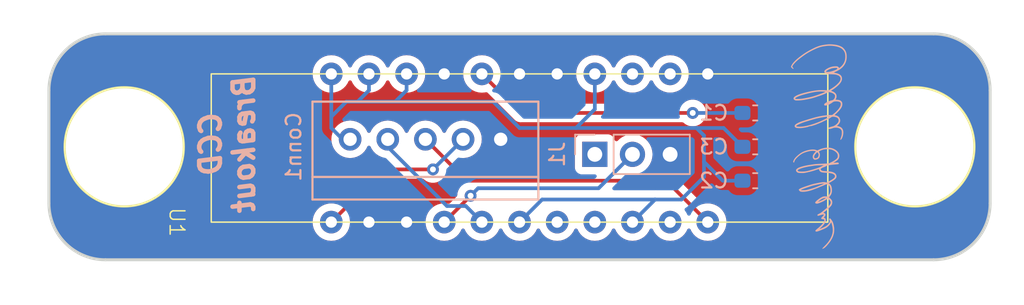
<source format=kicad_pcb>
(kicad_pcb (version 20221018) (generator pcbnew)
  (layers (0 "F.Cu" signal) (31 "B.Cu" signal) (34 "B.Paste" user) (35 "F.Paste" user) (36 "B.SilkS" user "B.Silkscreen") (37 "F.SilkS" user "F.Silkscreen") (38 "B.Mask" user) (39 "F.Mask" user) (44 "Edge.Cuts" user))
  (net 0 "")
  (net 1 "GND")
  (net 2 "Net-(U1-VGG)")
  (net 3 "+5V")
  (net 4 "SHSW")
  (net 5 "Vout")
  (net 6 "øCLK")
  (net 10 "øROG")
  (footprint "MRDT_CCD:ILX511" (layer "F.Cu") (at 47.526 22.004)
    (fp_text reference "U1" (at -2.314 10 -90 unlocked) (layer "F.SilkS") (effects (font (thickness 0.1))))
    (fp_text value "ILX511")
    (pad "1" thru_hole circle (at 8.1 10) (size 1.524 1.524) (drill 0.762) (layers "*.Cu" "*.Mask") (net 5 "Vout"))
    (pad "2" thru_hole circle (at 10.64 10) (size 1.524 1.524) (drill 0.762) (layers "*.Cu" "*.Mask") (net 1 "GND"))
    (pad "3" thru_hole circle (at 13.18 10) (size 1.524 1.524) (drill 0.762) (layers "*.Cu" "*.Mask") (net 1 "GND"))
    (pad "4" thru_hole circle (at 15.72 10) (size 1.524 1.524) (drill 0.762) (layers "*.Cu" "*.Mask") (net 4 "SHSW"))
    (pad "5" thru_hole circle (at 18.26 10) (size 1.524 1.524) (drill 0.762) (layers "*.Cu" "*.Mask") (net 6 "øCLK"))
    (pad "6" thru_hole circle (at 20.8 10) (size 1.524 1.524) (drill 0.762) (layers "*.Cu" "*.Mask") (net 3 "+5V"))
    (pad "7" thru_hole circle (at 23.34 10) (size 1.524 1.524) (drill 0.762) (layers "*.Cu" "*.Mask"))
    (pad "8" thru_hole circle (at 25.88 10) (size 1.524 1.524) (drill 0.762) (layers "*.Cu" "*.Mask"))
    (pad "9" thru_hole circle (at 28.42 10) (size 1.524 1.524) (drill 0.762) (layers "*.Cu" "*.Mask") (net 3 "+5V"))
    (pad "10" thru_hole circle (at 30.96 10) (size 1.524 1.524) (drill 0.762) (layers "*.Cu" "*.Mask"))
    (pad "11" thru_hole circle (at 33.5 10) (size 1.524 1.524) (drill 0.762) (layers "*.Cu" "*.Mask") (net 10 "øROG"))
    (pad "12" thru_hole circle (at 33.5 0) (size 1.524 1.524) (drill 0.762) (layers "*.Cu" "*.Mask") (net 1 "GND"))
    (pad "13" thru_hole circle (at 30.96 0) (size 1.524 1.524) (drill 0.762) (layers "*.Cu" "*.Mask"))
    (pad "14" thru_hole circle (at 28.42 0) (size 1.524 1.524) (drill 0.762) (layers "*.Cu" "*.Mask"))
    (pad "15" thru_hole circle (at 25.88 0) (size 1.524 1.524) (drill 0.762) (layers "*.Cu" "*.Mask") (net 3 "+5V"))
    (pad "16" thru_hole circle (at 23.34 0) (size 1.524 1.524) (drill 0.762) (layers "*.Cu" "*.Mask") (net 1 "GND"))
    (pad "17" thru_hole circle (at 20.8 0) (size 1.524 1.524) (drill 0.762) (layers "*.Cu" "*.Mask") (net 1 "GND"))
    (pad "18" thru_hole circle (at 18.26 0) (size 1.524 1.524) (drill 0.762) (layers "*.Cu" "*.Mask") (net 2 "Net-(U1-VGG)"))
    (pad "19" thru_hole circle (at 15.72 0) (size 1.524 1.524) (drill 0.762) (layers "*.Cu" "*.Mask") (net 1 "GND"))
    (pad "20" thru_hole circle (at 13.18 0) (size 1.524 1.524) (drill 0.762) (layers "*.Cu" "*.Mask") (net 3 "+5V"))
    (pad "21" thru_hole circle (at 10.64 0) (size 1.524 1.524) (drill 0.762) (layers "*.Cu" "*.Mask") (net 3 "+5V"))
    (pad "22" thru_hole circle (at 8.1 0) (size 1.524 1.524) (drill 0.762) (layers "*.Cu" "*.Mask") (net 3 "+5V"))
  )
  (footprint "MRDT_Drill_Holes:4_40_Hole" (layer "F.Cu") (at 94.996 26.924)
    (fp_text reference "V2" hide)
    (fp_text value "Via" hide)
    (pad "" np_thru_hole circle (at 0 0) (size 2.9464 2.9464) (drill 2.9464) (layers "*.Cu" "*.Mask") (clearance 2.5))
  )
  (footprint "MRDT_Drill_Holes:4_40_Hole" (layer "F.Cu") (at 41.656 26.924)
    (fp_text reference "V1" hide)
    (fp_text value "Via" hide)
    (pad "" np_thru_hole circle (at 0 0) (size 2.9464 2.9464) (drill 2.9464) (layers "*.Cu" "*.Mask") (clearance 2.5))
  )
  (footprint "Capacitor_SMD:C_0603_1608Metric_Pad1.08x0.95mm_HandSolder" (layer "B.Cu") (at 84.2275 26.924 180)
    (fp_text reference "C3" (at 2.794 0) (layer "B.SilkS") (effects (justify mirror)))
    (fp_text value "22µF")
    (pad "1" smd roundrect (at -0.8625 0 180) (size 1.075 0.95) (layers "B.Cu" "B.Paste" "B.Mask") (net 1 "GND"))
    (pad "2" smd roundrect (at 0.8625 0 180) (size 1.075 0.95) (layers "B.Cu" "B.Paste" "B.Mask") (net 3 "+5V"))
  )
  (footprint "Capacitor_SMD:C_0603_1608Metric_Pad1.08x0.95mm_HandSolder" (layer "B.Cu") (at 84.2275 29.21 180)
    (fp_text reference "C2" (at 2.794 0) (layer "B.SilkS") (effects (justify mirror)))
    (fp_text value "0.01µF")
    (pad "1" smd roundrect (at -0.8625 0 180) (size 1.075 0.95) (layers "B.Cu" "B.Paste" "B.Mask") (net 1 "GND"))
    (pad "2" smd roundrect (at 0.8625 0 180) (size 1.075 0.95) (layers "B.Cu" "B.Paste" "B.Mask") (net 3 "+5V"))
  )
  (footprint "MRDT_Connectors:MOLEX_SL_05_Vertical" (layer "B.Cu") (at 56.896 26.416)
    (fp_text reference "Conn1" (at -3.81 0.508 -90) (layer "B.SilkS") (effects (justify mirror)))
    (fp_text value locked "Molex_SL_05")
    (pad "1" thru_hole circle (at 0 0) (size 1.524 1.524) (drill 0.9) (layers "*.Cu" "*.Mask") (net 3 "+5V"))
    (pad "2" thru_hole circle (at 2.54 0) (size 1.524 1.524) (drill 0.9) (layers "*.Cu" "*.Mask") (net 6 "øCLK"))
    (pad "3" thru_hole circle (at 5.08 0) (size 1.524 1.524) (drill 0.9) (layers "*.Cu" "*.Mask") (net 10 "øROG"))
    (pad "4" thru_hole circle (at 7.62 0) (size 1.524 1.524) (drill 0.9) (layers "*.Cu" "*.Mask") (net 5 "Vout"))
    (pad "5" thru_hole circle (at 10.16 0) (size 1.524 1.524) (drill 0.9) (layers "*.Cu" "*.Mask") (net 1 "GND"))
  )
  (footprint "Signatures:Caleb_Ehlers_Signature_15mmx4.8mm" (layer "B.Cu") (at 88.392 26.924 -90)
    (fp_text reference "G***" hide)
    (fp_text value "LOGO" hide)
  )
  (footprint "Capacitor_SMD:C_0603_1608Metric_Pad1.08x0.95mm_HandSolder" (layer "B.Cu") (at 84.2275 24.638 180)
    (fp_text reference "C1" (at 2.794 0) (layer "B.SilkS") (effects (justify mirror)))
    (fp_text value "10µF")
    (pad "1" smd roundrect (at -0.8625 0 180) (size 1.075 0.95) (layers "B.Cu" "B.Paste" "B.Mask") (net 1 "GND"))
    (pad "2" smd roundrect (at 0.8625 0 180) (size 1.075 0.95) (layers "B.Cu" "B.Paste" "B.Mask") (net 2 "Net-(U1-VGG)"))
  )
  (footprint "Connector_PinHeader_2.54mm:PinHeader_1x03_P2.54mm_Vertical" (layer "B.Cu") (at 73.406 27.432 -90)
    (fp_text reference "J1" (at 0 2.54 90) (layer "B.SilkS") (effects (justify mirror)))
    (fp_text value "Conn_01x03_Pin")
    (pad "1" thru_hole rect (at 0 0 270) (size 1.7 1.7) (drill 1) (layers "*.Cu" "*.Mask") (net 3 "+5V"))
    (pad "2" thru_hole oval (at 0 -2.54 270) (size 1.7 1.7) (drill 1) (layers "*.Cu" "*.Mask") (net 4 "SHSW"))
    (pad "3" thru_hole oval (at 0 -5.08 270) (size 1.7 1.7) (drill 1) (layers "*.Cu" "*.Mask") (net 1 "GND"))
  )
  (gr_arc (start 36.576 23.114) (mid 37.691923 20.419924) (end 40.386 19.304) (stroke (width 0.2)) (layer "Edge.Cuts"))
  (gr_arc (start 96.265999 19.304001) (mid 98.960075 20.419924) (end 100.075999 23.114001) (stroke (width 0.2)) (layer "Edge.Cuts"))
  (gr_line (start 40.386001 34.543999) (end 96.265999 34.543999) (stroke (width 0.2)) (layer "Edge.Cuts"))
  (gr_line (start 96.265999 19.304001) (end 40.386 19.304) (stroke (width 0.2)) (layer "Edge.Cuts"))
  (gr_line (start 36.576 23.114) (end 36.576001 30.733999) (stroke (width 0.2)) (layer "Edge.Cuts"))
  (gr_arc (start 40.386001 34.543999) (mid 37.691925 33.428076) (end 36.576001 30.733999) (stroke (width 0.2)) (layer "Edge.Cuts"))
  (gr_line (start 100.075999 30.733999) (end 100.075999 23.114001) (stroke (width 0.2)) (layer "Edge.Cuts"))
  (gr_arc (start 100.075999 30.733999) (mid 98.960076 33.428075) (end 96.265999 34.543999) (stroke (width 0.2)) (layer "Edge.Cuts"))
  (gr_text "CCD\nBreakout" (at 50.546 26.67 90) (layer "B.SilkS") (effects (font (size 1.397 1.397) (thickness 0.3048) bold italic) (justify bottom mirror)))
  (segment (start 68.42 24.638) (end 65.786 22.004) (width 0.25) (layer "F.Cu") (net 2))
  (segment (start 80.01 24.638) (end 68.42 24.638) (width 0.25) (layer "F.Cu") (net 2))
  (via (at 80.01 24.638) (size 0.8) (drill 0.4) (layers "F.Cu" "B.Cu") (net 2))
  (segment (start 83.365 24.638) (end 80.01 24.638) (width 0.25) (layer "B.Cu") (net 2))
  (segment (start 80.772 26.162) (end 80.772 27.94) (width 0.25) (layer "B.Cu") (net 3))
  (segment (start 80.772 27.94) (end 80.772 28.956) (width 0.25) (layer "B.Cu") (net 3))
  (segment (start 80.264 25.654) (end 80.772 26.162) (width 0.25) (layer "B.Cu") (net 3))
  (segment (start 58.166 22.004) (end 58.166 23.114) (width 0.25) (layer "B.Cu") (net 3))
  (segment (start 75.946 32.004) (end 77.47 30.48) (width 0.25) (layer "B.Cu") (net 3))
  (segment (start 57.404 23.876) (end 59.944 23.876) (width 0.25) (layer "B.Cu") (net 3))
  (segment (start 60.706 23.114) (end 59.944 23.876) (width 0.25) (layer "B.Cu") (net 3))
  (segment (start 80.264 25.654) (end 82.095 25.654) (width 0.25) (layer "B.Cu") (net 3))
  (segment (start 77.47 30.48) (end 69.85 30.48) (width 0.25) (layer "B.Cu") (net 3))
  (segment (start 79.248 30.48) (end 77.47 30.48) (width 0.25) (layer "B.Cu") (net 3))
  (segment (start 55.626 24.892) (end 56.642 23.876) (width 0.25) (layer "B.Cu") (net 3))
  (segment (start 73.406 24.384) (end 72.136 25.654) (width 0.25) (layer "B.Cu") (net 3))
  (segment (start 82.095 25.654) (end 83.365 26.924) (width 0.25) (layer "B.Cu") (net 3))
  (segment (start 80.772 28.956) (end 79.248 30.48) (width 0.25) (layer "B.Cu") (net 3))
  (segment (start 82.042 29.21) (end 83.365 29.21) (width 0.25) (layer "B.Cu") (net 3))
  (segment (start 68.326 25.654) (end 72.136 25.654) (width 0.25) (layer "B.Cu") (net 3))
  (segment (start 56.642 23.876) (end 57.404 23.876) (width 0.25) (layer "B.Cu") (net 3))
  (segment (start 58.166 23.114) (end 57.404 23.876) (width 0.25) (layer "B.Cu") (net 3))
  (segment (start 55.626 24.892) (end 55.626 25.654) (width 0.25) (layer "B.Cu") (net 3))
  (segment (start 80.772 27.94) (end 82.042 29.21) (width 0.25) (layer "B.Cu") (net 3))
  (segment (start 55.626 22.004) (end 55.626 24.892) (width 0.25) (layer "B.Cu") (net 3))
  (segment (start 66.548 23.876) (end 68.326 25.654) (width 0.25) (layer "B.Cu") (net 3))
  (segment (start 73.406 22.004) (end 73.406 24.384) (width 0.25) (layer "B.Cu") (net 3))
  (segment (start 69.85 30.48) (end 68.326 32.004) (width 0.25) (layer "B.Cu") (net 3))
  (segment (start 60.706 22.004) (end 60.706 23.114) (width 0.25) (layer "B.Cu") (net 3))
  (segment (start 55.626 25.654) (end 56.896 26.924) (width 0.25) (layer "B.Cu") (net 3))
  (segment (start 59.944 23.876) (end 66.548 23.876) (width 0.25) (layer "B.Cu") (net 3))
  (segment (start 72.136 25.654) (end 80.264 25.654) (width 0.25) (layer "B.Cu") (net 3))
  (segment (start 65.024 30.226) (end 63.246 32.004) (width 0.25) (layer "F.Cu") (net 4))
  (via (at 65.024 30.226) (size 0.8) (drill 0.4) (layers "F.Cu" "B.Cu") (net 4))
  (segment (start 65.024 30.226) (end 65.532 29.718) (width 0.25) (layer "B.Cu") (net 4))
  (segment (start 73.66 29.718) (end 75.946 27.432) (width 0.25) (layer "B.Cu") (net 4))
  (segment (start 65.532 29.718) (end 73.66 29.718) (width 0.25) (layer "B.Cu") (net 4))
  (segment (start 62.484 28.448) (end 59.182 28.448) (width 0.25) (layer "F.Cu") (net 5))
  (segment (start 59.182 28.448) (end 55.626 32.004) (width 0.25) (layer "F.Cu") (net 5))
  (via (at 62.484 28.448) (size 0.8) (drill 0.4) (layers "F.Cu" "B.Cu") (net 5))
  (segment (start 62.484 28.448) (end 64.516 26.416) (width 0.25) (layer "B.Cu") (net 5))
  (segment (start 63.429 30.917) (end 64.699 30.917) (width 0.25) (layer "B.Cu") (net 6))
  (segment (start 64.699 30.917) (end 65.786 32.004) (width 0.25) (layer "B.Cu") (net 6))
  (segment (start 59.436 26.924) (end 63.429 30.917) (width 0.25) (layer "B.Cu") (net 6))
  (segment (start 64.77 29.21) (end 61.976 26.416) (width 0.25) (layer "F.Cu") (net 10))
  (segment (start 81.026 32.004) (end 78.232 29.21) (width 0.25) (layer "F.Cu") (net 10))
  (segment (start 78.232 29.21) (end 64.77 29.21) (width 0.25) (layer "F.Cu") (net 10))
  (zone (net 1) (net_name "GND") (layers "F&B.Cu") (connect_pads yes (clearance 0.5)) (min_thickness 0.25) (fill yes (thermal_gap 0.5) (thermal_bridge_width 0.5))
    (polygon (pts (xy 33.274 17.018) (xy 102.362 17.018) (xy 102.362 37.592) (xy 33.274 37.592)))
  )
)
</source>
